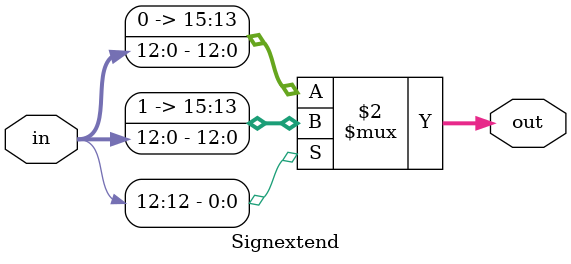
<source format=v>
`timescale 1ns/1ns
module Signextend #(parameter inLen=13, outLen=16)(input [inLen-1:0] in,output [outLen-1:0] out);
 
assign out = (in[12] == 0 ) ? {3'b000 , in } : {3'b111 , in } ;
 
endmodule
</source>
